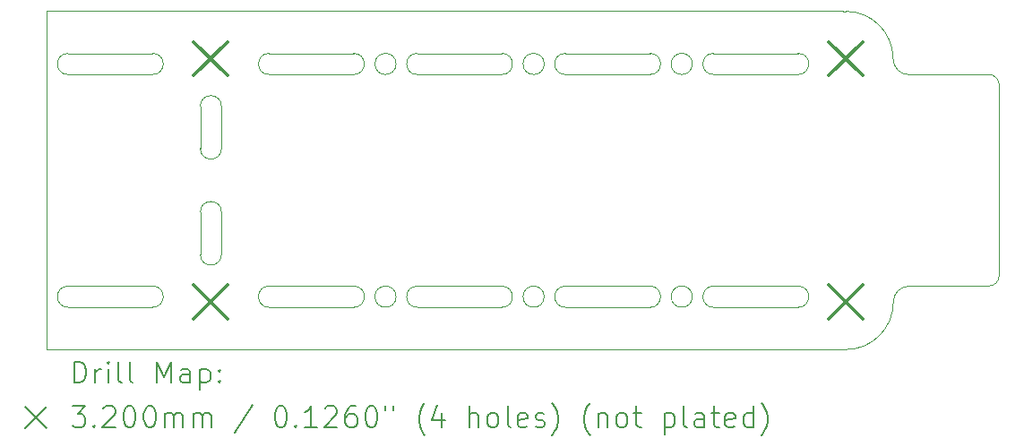
<source format=gbr>
%TF.GenerationSoftware,KiCad,Pcbnew,8.0.5*%
%TF.CreationDate,2024-10-16T23:13:20+09:00*%
%TF.ProjectId,20240922_FV-1,32303234-3039-4323-925f-46562d312e6b,rev?*%
%TF.SameCoordinates,Original*%
%TF.FileFunction,Drillmap*%
%TF.FilePolarity,Positive*%
%FSLAX45Y45*%
G04 Gerber Fmt 4.5, Leading zero omitted, Abs format (unit mm)*
G04 Created by KiCad (PCBNEW 8.0.5) date 2024-10-16 23:13:20*
%MOMM*%
%LPD*%
G01*
G04 APERTURE LIST*
%ADD10C,0.050000*%
%ADD11C,0.200000*%
%ADD12C,0.320000*%
G04 APERTURE END LIST*
D10*
X15900000Y-10700000D02*
X16700000Y-10700000D01*
X15700000Y-10600000D02*
G75*
G02*
X15500000Y-10600000I-100000J0D01*
G01*
X15500000Y-10600000D02*
G75*
G02*
X15700000Y-10600000I100000J0D01*
G01*
X12000000Y-8300000D02*
X11200000Y-8300000D01*
X17300000Y-10700000D02*
G75*
G02*
X17300000Y-10500000I0J100000D01*
G01*
X17300000Y-10700000D02*
X18100000Y-10700000D01*
X20000000Y-10400000D02*
X20000000Y-8600000D01*
X12650000Y-10200000D02*
X12650000Y-9800000D01*
X18100000Y-8300000D02*
G75*
G02*
X18100000Y-8500000I0J-100000D01*
G01*
X18100000Y-8300000D02*
X17300000Y-8300000D01*
X11200000Y-8500000D02*
G75*
G02*
X11200000Y-8300000I0J100000D01*
G01*
X18550000Y-7902752D02*
X18500000Y-7900000D01*
X12000000Y-10500000D02*
X11200000Y-10500000D01*
X12450000Y-8800000D02*
X12450000Y-9200000D01*
X11200000Y-10700000D02*
X12000000Y-10700000D01*
X16700000Y-8300000D02*
X15900000Y-8300000D01*
X11000000Y-11100000D02*
X18500000Y-11100000D01*
X19000000Y-10650000D02*
G75*
G02*
X18550000Y-11100000I-450000J0D01*
G01*
X19900000Y-8500000D02*
G75*
G02*
X20000000Y-8600000I0J-100000D01*
G01*
X15300000Y-10500000D02*
G75*
G02*
X15300000Y-10700000I0J-100000D01*
G01*
X15900000Y-10700000D02*
G75*
G02*
X15900000Y-10500000I0J100000D01*
G01*
X19150000Y-10500000D02*
X19900000Y-10500000D01*
X18550000Y-11100000D02*
X18500000Y-11100000D01*
X12000000Y-8300000D02*
G75*
G02*
X12000000Y-8500000I0J-100000D01*
G01*
X13100000Y-10700000D02*
G75*
G02*
X13100000Y-10500000I0J100000D01*
G01*
X12450000Y-9800000D02*
X12450000Y-10200000D01*
X18100000Y-10500000D02*
G75*
G02*
X18100000Y-10700000I0J-100000D01*
G01*
X15300000Y-10500000D02*
X14500000Y-10500000D01*
X14500000Y-10700000D02*
X15300000Y-10700000D01*
X13900000Y-8300000D02*
G75*
G02*
X13900000Y-8500000I0J-100000D01*
G01*
X12000000Y-10500000D02*
G75*
G02*
X12000000Y-10700000I0J-100000D01*
G01*
X11200000Y-10700000D02*
G75*
G02*
X11200000Y-10500000I0J100000D01*
G01*
X19800000Y-8500000D02*
X19900000Y-8500000D01*
X14300000Y-8400000D02*
G75*
G02*
X14100000Y-8400000I-100000J0D01*
G01*
X14100000Y-8400000D02*
G75*
G02*
X14300000Y-8400000I100000J0D01*
G01*
X13900000Y-8300000D02*
X13100000Y-8300000D01*
X14500000Y-8500000D02*
G75*
G02*
X14500000Y-8300000I0J100000D01*
G01*
X19000000Y-10650000D02*
G75*
G02*
X19150000Y-10500000I150000J0D01*
G01*
X13900000Y-10500000D02*
X13100000Y-10500000D01*
X14500000Y-8500000D02*
X15300000Y-8500000D01*
X12450000Y-9800000D02*
G75*
G02*
X12650000Y-9800000I100000J0D01*
G01*
X18100000Y-10500000D02*
X17300000Y-10500000D01*
X13100000Y-8500000D02*
G75*
G02*
X13100000Y-8300000I0J100000D01*
G01*
X15900000Y-8500000D02*
G75*
G02*
X15900000Y-8300000I0J100000D01*
G01*
X15300000Y-8300000D02*
X14500000Y-8300000D01*
X16700000Y-8300000D02*
G75*
G02*
X16700000Y-8500000I0J-100000D01*
G01*
X16700000Y-10500000D02*
X15900000Y-10500000D01*
X17300000Y-8500000D02*
G75*
G02*
X17300000Y-8300000I0J100000D01*
G01*
X14300000Y-10600000D02*
G75*
G02*
X14100000Y-10600000I-100000J0D01*
G01*
X14100000Y-10600000D02*
G75*
G02*
X14300000Y-10600000I100000J0D01*
G01*
X11200000Y-8500000D02*
X12000000Y-8500000D01*
X12650000Y-9200000D02*
G75*
G02*
X12450000Y-9200000I-100000J0D01*
G01*
X15300000Y-8300000D02*
G75*
G02*
X15300000Y-8500000I0J-100000D01*
G01*
X18550000Y-7902752D02*
G75*
G02*
X18997248Y-8350000I0J-447248D01*
G01*
X19800000Y-8500000D02*
X19150000Y-8502752D01*
X16700000Y-10500000D02*
G75*
G02*
X16700000Y-10700000I0J-100000D01*
G01*
X18500000Y-7900000D02*
X11000000Y-7900000D01*
X20000000Y-10400000D02*
G75*
G02*
X19900000Y-10500000I-100000J0D01*
G01*
X15900000Y-8500000D02*
X16700000Y-8500000D01*
X12450000Y-8800000D02*
G75*
G02*
X12650000Y-8800000I100000J0D01*
G01*
X14500000Y-10700000D02*
G75*
G02*
X14500000Y-10500000I0J100000D01*
G01*
X15700000Y-8400000D02*
G75*
G02*
X15500000Y-8400000I-100000J0D01*
G01*
X15500000Y-8400000D02*
G75*
G02*
X15700000Y-8400000I100000J0D01*
G01*
X12650000Y-10200000D02*
G75*
G02*
X12450000Y-10200000I-100000J0D01*
G01*
X19150000Y-8502752D02*
G75*
G02*
X18997248Y-8350000I0J152752D01*
G01*
X11000000Y-7900000D02*
X11000000Y-11100000D01*
X17100000Y-8400000D02*
G75*
G02*
X16900000Y-8400000I-100000J0D01*
G01*
X16900000Y-8400000D02*
G75*
G02*
X17100000Y-8400000I100000J0D01*
G01*
X13900000Y-10500000D02*
G75*
G02*
X13900000Y-10700000I0J-100000D01*
G01*
X13100000Y-10700000D02*
X13900000Y-10700000D01*
X17300000Y-8500000D02*
X18100000Y-8500000D01*
X12650000Y-9200000D02*
X12650000Y-8800000D01*
X17100000Y-10600000D02*
G75*
G02*
X16900000Y-10600000I-100000J0D01*
G01*
X16900000Y-10600000D02*
G75*
G02*
X17100000Y-10600000I100000J0D01*
G01*
X13100000Y-8500000D02*
X13900000Y-8500000D01*
D11*
D12*
X12390000Y-8190000D02*
X12710000Y-8510000D01*
X12710000Y-8190000D02*
X12390000Y-8510000D01*
X12390000Y-10490000D02*
X12710000Y-10810000D01*
X12710000Y-10490000D02*
X12390000Y-10810000D01*
X18390000Y-8190000D02*
X18710000Y-8510000D01*
X18710000Y-8190000D02*
X18390000Y-8510000D01*
X18390000Y-10490000D02*
X18710000Y-10810000D01*
X18710000Y-10490000D02*
X18390000Y-10810000D01*
D11*
X11258277Y-11413984D02*
X11258277Y-11213984D01*
X11258277Y-11213984D02*
X11305896Y-11213984D01*
X11305896Y-11213984D02*
X11334467Y-11223508D01*
X11334467Y-11223508D02*
X11353515Y-11242555D01*
X11353515Y-11242555D02*
X11363039Y-11261603D01*
X11363039Y-11261603D02*
X11372562Y-11299698D01*
X11372562Y-11299698D02*
X11372562Y-11328269D01*
X11372562Y-11328269D02*
X11363039Y-11366365D01*
X11363039Y-11366365D02*
X11353515Y-11385412D01*
X11353515Y-11385412D02*
X11334467Y-11404460D01*
X11334467Y-11404460D02*
X11305896Y-11413984D01*
X11305896Y-11413984D02*
X11258277Y-11413984D01*
X11458277Y-11413984D02*
X11458277Y-11280650D01*
X11458277Y-11318746D02*
X11467801Y-11299698D01*
X11467801Y-11299698D02*
X11477324Y-11290174D01*
X11477324Y-11290174D02*
X11496372Y-11280650D01*
X11496372Y-11280650D02*
X11515420Y-11280650D01*
X11582086Y-11413984D02*
X11582086Y-11280650D01*
X11582086Y-11213984D02*
X11572562Y-11223508D01*
X11572562Y-11223508D02*
X11582086Y-11233031D01*
X11582086Y-11233031D02*
X11591610Y-11223508D01*
X11591610Y-11223508D02*
X11582086Y-11213984D01*
X11582086Y-11213984D02*
X11582086Y-11233031D01*
X11705896Y-11413984D02*
X11686848Y-11404460D01*
X11686848Y-11404460D02*
X11677324Y-11385412D01*
X11677324Y-11385412D02*
X11677324Y-11213984D01*
X11810658Y-11413984D02*
X11791610Y-11404460D01*
X11791610Y-11404460D02*
X11782086Y-11385412D01*
X11782086Y-11385412D02*
X11782086Y-11213984D01*
X12039229Y-11413984D02*
X12039229Y-11213984D01*
X12039229Y-11213984D02*
X12105896Y-11356841D01*
X12105896Y-11356841D02*
X12172562Y-11213984D01*
X12172562Y-11213984D02*
X12172562Y-11413984D01*
X12353515Y-11413984D02*
X12353515Y-11309222D01*
X12353515Y-11309222D02*
X12343991Y-11290174D01*
X12343991Y-11290174D02*
X12324943Y-11280650D01*
X12324943Y-11280650D02*
X12286848Y-11280650D01*
X12286848Y-11280650D02*
X12267801Y-11290174D01*
X12353515Y-11404460D02*
X12334467Y-11413984D01*
X12334467Y-11413984D02*
X12286848Y-11413984D01*
X12286848Y-11413984D02*
X12267801Y-11404460D01*
X12267801Y-11404460D02*
X12258277Y-11385412D01*
X12258277Y-11385412D02*
X12258277Y-11366365D01*
X12258277Y-11366365D02*
X12267801Y-11347317D01*
X12267801Y-11347317D02*
X12286848Y-11337793D01*
X12286848Y-11337793D02*
X12334467Y-11337793D01*
X12334467Y-11337793D02*
X12353515Y-11328269D01*
X12448753Y-11280650D02*
X12448753Y-11480650D01*
X12448753Y-11290174D02*
X12467801Y-11280650D01*
X12467801Y-11280650D02*
X12505896Y-11280650D01*
X12505896Y-11280650D02*
X12524943Y-11290174D01*
X12524943Y-11290174D02*
X12534467Y-11299698D01*
X12534467Y-11299698D02*
X12543991Y-11318746D01*
X12543991Y-11318746D02*
X12543991Y-11375888D01*
X12543991Y-11375888D02*
X12534467Y-11394936D01*
X12534467Y-11394936D02*
X12524943Y-11404460D01*
X12524943Y-11404460D02*
X12505896Y-11413984D01*
X12505896Y-11413984D02*
X12467801Y-11413984D01*
X12467801Y-11413984D02*
X12448753Y-11404460D01*
X12629705Y-11394936D02*
X12639229Y-11404460D01*
X12639229Y-11404460D02*
X12629705Y-11413984D01*
X12629705Y-11413984D02*
X12620182Y-11404460D01*
X12620182Y-11404460D02*
X12629705Y-11394936D01*
X12629705Y-11394936D02*
X12629705Y-11413984D01*
X12629705Y-11290174D02*
X12639229Y-11299698D01*
X12639229Y-11299698D02*
X12629705Y-11309222D01*
X12629705Y-11309222D02*
X12620182Y-11299698D01*
X12620182Y-11299698D02*
X12629705Y-11290174D01*
X12629705Y-11290174D02*
X12629705Y-11309222D01*
X10797500Y-11642500D02*
X10997500Y-11842500D01*
X10997500Y-11642500D02*
X10797500Y-11842500D01*
X11239229Y-11633984D02*
X11363039Y-11633984D01*
X11363039Y-11633984D02*
X11296372Y-11710174D01*
X11296372Y-11710174D02*
X11324943Y-11710174D01*
X11324943Y-11710174D02*
X11343991Y-11719698D01*
X11343991Y-11719698D02*
X11353515Y-11729222D01*
X11353515Y-11729222D02*
X11363039Y-11748269D01*
X11363039Y-11748269D02*
X11363039Y-11795888D01*
X11363039Y-11795888D02*
X11353515Y-11814936D01*
X11353515Y-11814936D02*
X11343991Y-11824460D01*
X11343991Y-11824460D02*
X11324943Y-11833984D01*
X11324943Y-11833984D02*
X11267801Y-11833984D01*
X11267801Y-11833984D02*
X11248753Y-11824460D01*
X11248753Y-11824460D02*
X11239229Y-11814936D01*
X11448753Y-11814936D02*
X11458277Y-11824460D01*
X11458277Y-11824460D02*
X11448753Y-11833984D01*
X11448753Y-11833984D02*
X11439229Y-11824460D01*
X11439229Y-11824460D02*
X11448753Y-11814936D01*
X11448753Y-11814936D02*
X11448753Y-11833984D01*
X11534467Y-11653031D02*
X11543991Y-11643508D01*
X11543991Y-11643508D02*
X11563039Y-11633984D01*
X11563039Y-11633984D02*
X11610658Y-11633984D01*
X11610658Y-11633984D02*
X11629705Y-11643508D01*
X11629705Y-11643508D02*
X11639229Y-11653031D01*
X11639229Y-11653031D02*
X11648753Y-11672079D01*
X11648753Y-11672079D02*
X11648753Y-11691127D01*
X11648753Y-11691127D02*
X11639229Y-11719698D01*
X11639229Y-11719698D02*
X11524943Y-11833984D01*
X11524943Y-11833984D02*
X11648753Y-11833984D01*
X11772562Y-11633984D02*
X11791610Y-11633984D01*
X11791610Y-11633984D02*
X11810658Y-11643508D01*
X11810658Y-11643508D02*
X11820182Y-11653031D01*
X11820182Y-11653031D02*
X11829705Y-11672079D01*
X11829705Y-11672079D02*
X11839229Y-11710174D01*
X11839229Y-11710174D02*
X11839229Y-11757793D01*
X11839229Y-11757793D02*
X11829705Y-11795888D01*
X11829705Y-11795888D02*
X11820182Y-11814936D01*
X11820182Y-11814936D02*
X11810658Y-11824460D01*
X11810658Y-11824460D02*
X11791610Y-11833984D01*
X11791610Y-11833984D02*
X11772562Y-11833984D01*
X11772562Y-11833984D02*
X11753515Y-11824460D01*
X11753515Y-11824460D02*
X11743991Y-11814936D01*
X11743991Y-11814936D02*
X11734467Y-11795888D01*
X11734467Y-11795888D02*
X11724943Y-11757793D01*
X11724943Y-11757793D02*
X11724943Y-11710174D01*
X11724943Y-11710174D02*
X11734467Y-11672079D01*
X11734467Y-11672079D02*
X11743991Y-11653031D01*
X11743991Y-11653031D02*
X11753515Y-11643508D01*
X11753515Y-11643508D02*
X11772562Y-11633984D01*
X11963039Y-11633984D02*
X11982086Y-11633984D01*
X11982086Y-11633984D02*
X12001134Y-11643508D01*
X12001134Y-11643508D02*
X12010658Y-11653031D01*
X12010658Y-11653031D02*
X12020182Y-11672079D01*
X12020182Y-11672079D02*
X12029705Y-11710174D01*
X12029705Y-11710174D02*
X12029705Y-11757793D01*
X12029705Y-11757793D02*
X12020182Y-11795888D01*
X12020182Y-11795888D02*
X12010658Y-11814936D01*
X12010658Y-11814936D02*
X12001134Y-11824460D01*
X12001134Y-11824460D02*
X11982086Y-11833984D01*
X11982086Y-11833984D02*
X11963039Y-11833984D01*
X11963039Y-11833984D02*
X11943991Y-11824460D01*
X11943991Y-11824460D02*
X11934467Y-11814936D01*
X11934467Y-11814936D02*
X11924943Y-11795888D01*
X11924943Y-11795888D02*
X11915420Y-11757793D01*
X11915420Y-11757793D02*
X11915420Y-11710174D01*
X11915420Y-11710174D02*
X11924943Y-11672079D01*
X11924943Y-11672079D02*
X11934467Y-11653031D01*
X11934467Y-11653031D02*
X11943991Y-11643508D01*
X11943991Y-11643508D02*
X11963039Y-11633984D01*
X12115420Y-11833984D02*
X12115420Y-11700650D01*
X12115420Y-11719698D02*
X12124943Y-11710174D01*
X12124943Y-11710174D02*
X12143991Y-11700650D01*
X12143991Y-11700650D02*
X12172563Y-11700650D01*
X12172563Y-11700650D02*
X12191610Y-11710174D01*
X12191610Y-11710174D02*
X12201134Y-11729222D01*
X12201134Y-11729222D02*
X12201134Y-11833984D01*
X12201134Y-11729222D02*
X12210658Y-11710174D01*
X12210658Y-11710174D02*
X12229705Y-11700650D01*
X12229705Y-11700650D02*
X12258277Y-11700650D01*
X12258277Y-11700650D02*
X12277324Y-11710174D01*
X12277324Y-11710174D02*
X12286848Y-11729222D01*
X12286848Y-11729222D02*
X12286848Y-11833984D01*
X12382086Y-11833984D02*
X12382086Y-11700650D01*
X12382086Y-11719698D02*
X12391610Y-11710174D01*
X12391610Y-11710174D02*
X12410658Y-11700650D01*
X12410658Y-11700650D02*
X12439229Y-11700650D01*
X12439229Y-11700650D02*
X12458277Y-11710174D01*
X12458277Y-11710174D02*
X12467801Y-11729222D01*
X12467801Y-11729222D02*
X12467801Y-11833984D01*
X12467801Y-11729222D02*
X12477324Y-11710174D01*
X12477324Y-11710174D02*
X12496372Y-11700650D01*
X12496372Y-11700650D02*
X12524943Y-11700650D01*
X12524943Y-11700650D02*
X12543991Y-11710174D01*
X12543991Y-11710174D02*
X12553515Y-11729222D01*
X12553515Y-11729222D02*
X12553515Y-11833984D01*
X12943991Y-11624460D02*
X12772563Y-11881603D01*
X13201134Y-11633984D02*
X13220182Y-11633984D01*
X13220182Y-11633984D02*
X13239229Y-11643508D01*
X13239229Y-11643508D02*
X13248753Y-11653031D01*
X13248753Y-11653031D02*
X13258277Y-11672079D01*
X13258277Y-11672079D02*
X13267801Y-11710174D01*
X13267801Y-11710174D02*
X13267801Y-11757793D01*
X13267801Y-11757793D02*
X13258277Y-11795888D01*
X13258277Y-11795888D02*
X13248753Y-11814936D01*
X13248753Y-11814936D02*
X13239229Y-11824460D01*
X13239229Y-11824460D02*
X13220182Y-11833984D01*
X13220182Y-11833984D02*
X13201134Y-11833984D01*
X13201134Y-11833984D02*
X13182086Y-11824460D01*
X13182086Y-11824460D02*
X13172563Y-11814936D01*
X13172563Y-11814936D02*
X13163039Y-11795888D01*
X13163039Y-11795888D02*
X13153515Y-11757793D01*
X13153515Y-11757793D02*
X13153515Y-11710174D01*
X13153515Y-11710174D02*
X13163039Y-11672079D01*
X13163039Y-11672079D02*
X13172563Y-11653031D01*
X13172563Y-11653031D02*
X13182086Y-11643508D01*
X13182086Y-11643508D02*
X13201134Y-11633984D01*
X13353515Y-11814936D02*
X13363039Y-11824460D01*
X13363039Y-11824460D02*
X13353515Y-11833984D01*
X13353515Y-11833984D02*
X13343991Y-11824460D01*
X13343991Y-11824460D02*
X13353515Y-11814936D01*
X13353515Y-11814936D02*
X13353515Y-11833984D01*
X13553515Y-11833984D02*
X13439229Y-11833984D01*
X13496372Y-11833984D02*
X13496372Y-11633984D01*
X13496372Y-11633984D02*
X13477325Y-11662555D01*
X13477325Y-11662555D02*
X13458277Y-11681603D01*
X13458277Y-11681603D02*
X13439229Y-11691127D01*
X13629706Y-11653031D02*
X13639229Y-11643508D01*
X13639229Y-11643508D02*
X13658277Y-11633984D01*
X13658277Y-11633984D02*
X13705896Y-11633984D01*
X13705896Y-11633984D02*
X13724944Y-11643508D01*
X13724944Y-11643508D02*
X13734467Y-11653031D01*
X13734467Y-11653031D02*
X13743991Y-11672079D01*
X13743991Y-11672079D02*
X13743991Y-11691127D01*
X13743991Y-11691127D02*
X13734467Y-11719698D01*
X13734467Y-11719698D02*
X13620182Y-11833984D01*
X13620182Y-11833984D02*
X13743991Y-11833984D01*
X13915420Y-11633984D02*
X13877325Y-11633984D01*
X13877325Y-11633984D02*
X13858277Y-11643508D01*
X13858277Y-11643508D02*
X13848753Y-11653031D01*
X13848753Y-11653031D02*
X13829706Y-11681603D01*
X13829706Y-11681603D02*
X13820182Y-11719698D01*
X13820182Y-11719698D02*
X13820182Y-11795888D01*
X13820182Y-11795888D02*
X13829706Y-11814936D01*
X13829706Y-11814936D02*
X13839229Y-11824460D01*
X13839229Y-11824460D02*
X13858277Y-11833984D01*
X13858277Y-11833984D02*
X13896372Y-11833984D01*
X13896372Y-11833984D02*
X13915420Y-11824460D01*
X13915420Y-11824460D02*
X13924944Y-11814936D01*
X13924944Y-11814936D02*
X13934467Y-11795888D01*
X13934467Y-11795888D02*
X13934467Y-11748269D01*
X13934467Y-11748269D02*
X13924944Y-11729222D01*
X13924944Y-11729222D02*
X13915420Y-11719698D01*
X13915420Y-11719698D02*
X13896372Y-11710174D01*
X13896372Y-11710174D02*
X13858277Y-11710174D01*
X13858277Y-11710174D02*
X13839229Y-11719698D01*
X13839229Y-11719698D02*
X13829706Y-11729222D01*
X13829706Y-11729222D02*
X13820182Y-11748269D01*
X14058277Y-11633984D02*
X14077325Y-11633984D01*
X14077325Y-11633984D02*
X14096372Y-11643508D01*
X14096372Y-11643508D02*
X14105896Y-11653031D01*
X14105896Y-11653031D02*
X14115420Y-11672079D01*
X14115420Y-11672079D02*
X14124944Y-11710174D01*
X14124944Y-11710174D02*
X14124944Y-11757793D01*
X14124944Y-11757793D02*
X14115420Y-11795888D01*
X14115420Y-11795888D02*
X14105896Y-11814936D01*
X14105896Y-11814936D02*
X14096372Y-11824460D01*
X14096372Y-11824460D02*
X14077325Y-11833984D01*
X14077325Y-11833984D02*
X14058277Y-11833984D01*
X14058277Y-11833984D02*
X14039229Y-11824460D01*
X14039229Y-11824460D02*
X14029706Y-11814936D01*
X14029706Y-11814936D02*
X14020182Y-11795888D01*
X14020182Y-11795888D02*
X14010658Y-11757793D01*
X14010658Y-11757793D02*
X14010658Y-11710174D01*
X14010658Y-11710174D02*
X14020182Y-11672079D01*
X14020182Y-11672079D02*
X14029706Y-11653031D01*
X14029706Y-11653031D02*
X14039229Y-11643508D01*
X14039229Y-11643508D02*
X14058277Y-11633984D01*
X14201134Y-11633984D02*
X14201134Y-11672079D01*
X14277325Y-11633984D02*
X14277325Y-11672079D01*
X14572563Y-11910174D02*
X14563039Y-11900650D01*
X14563039Y-11900650D02*
X14543991Y-11872079D01*
X14543991Y-11872079D02*
X14534468Y-11853031D01*
X14534468Y-11853031D02*
X14524944Y-11824460D01*
X14524944Y-11824460D02*
X14515420Y-11776841D01*
X14515420Y-11776841D02*
X14515420Y-11738746D01*
X14515420Y-11738746D02*
X14524944Y-11691127D01*
X14524944Y-11691127D02*
X14534468Y-11662555D01*
X14534468Y-11662555D02*
X14543991Y-11643508D01*
X14543991Y-11643508D02*
X14563039Y-11614936D01*
X14563039Y-11614936D02*
X14572563Y-11605412D01*
X14734468Y-11700650D02*
X14734468Y-11833984D01*
X14686848Y-11624460D02*
X14639229Y-11767317D01*
X14639229Y-11767317D02*
X14763039Y-11767317D01*
X14991610Y-11833984D02*
X14991610Y-11633984D01*
X15077325Y-11833984D02*
X15077325Y-11729222D01*
X15077325Y-11729222D02*
X15067801Y-11710174D01*
X15067801Y-11710174D02*
X15048753Y-11700650D01*
X15048753Y-11700650D02*
X15020182Y-11700650D01*
X15020182Y-11700650D02*
X15001134Y-11710174D01*
X15001134Y-11710174D02*
X14991610Y-11719698D01*
X15201134Y-11833984D02*
X15182087Y-11824460D01*
X15182087Y-11824460D02*
X15172563Y-11814936D01*
X15172563Y-11814936D02*
X15163039Y-11795888D01*
X15163039Y-11795888D02*
X15163039Y-11738746D01*
X15163039Y-11738746D02*
X15172563Y-11719698D01*
X15172563Y-11719698D02*
X15182087Y-11710174D01*
X15182087Y-11710174D02*
X15201134Y-11700650D01*
X15201134Y-11700650D02*
X15229706Y-11700650D01*
X15229706Y-11700650D02*
X15248753Y-11710174D01*
X15248753Y-11710174D02*
X15258277Y-11719698D01*
X15258277Y-11719698D02*
X15267801Y-11738746D01*
X15267801Y-11738746D02*
X15267801Y-11795888D01*
X15267801Y-11795888D02*
X15258277Y-11814936D01*
X15258277Y-11814936D02*
X15248753Y-11824460D01*
X15248753Y-11824460D02*
X15229706Y-11833984D01*
X15229706Y-11833984D02*
X15201134Y-11833984D01*
X15382087Y-11833984D02*
X15363039Y-11824460D01*
X15363039Y-11824460D02*
X15353515Y-11805412D01*
X15353515Y-11805412D02*
X15353515Y-11633984D01*
X15534468Y-11824460D02*
X15515420Y-11833984D01*
X15515420Y-11833984D02*
X15477325Y-11833984D01*
X15477325Y-11833984D02*
X15458277Y-11824460D01*
X15458277Y-11824460D02*
X15448753Y-11805412D01*
X15448753Y-11805412D02*
X15448753Y-11729222D01*
X15448753Y-11729222D02*
X15458277Y-11710174D01*
X15458277Y-11710174D02*
X15477325Y-11700650D01*
X15477325Y-11700650D02*
X15515420Y-11700650D01*
X15515420Y-11700650D02*
X15534468Y-11710174D01*
X15534468Y-11710174D02*
X15543991Y-11729222D01*
X15543991Y-11729222D02*
X15543991Y-11748269D01*
X15543991Y-11748269D02*
X15448753Y-11767317D01*
X15620182Y-11824460D02*
X15639230Y-11833984D01*
X15639230Y-11833984D02*
X15677325Y-11833984D01*
X15677325Y-11833984D02*
X15696372Y-11824460D01*
X15696372Y-11824460D02*
X15705896Y-11805412D01*
X15705896Y-11805412D02*
X15705896Y-11795888D01*
X15705896Y-11795888D02*
X15696372Y-11776841D01*
X15696372Y-11776841D02*
X15677325Y-11767317D01*
X15677325Y-11767317D02*
X15648753Y-11767317D01*
X15648753Y-11767317D02*
X15629706Y-11757793D01*
X15629706Y-11757793D02*
X15620182Y-11738746D01*
X15620182Y-11738746D02*
X15620182Y-11729222D01*
X15620182Y-11729222D02*
X15629706Y-11710174D01*
X15629706Y-11710174D02*
X15648753Y-11700650D01*
X15648753Y-11700650D02*
X15677325Y-11700650D01*
X15677325Y-11700650D02*
X15696372Y-11710174D01*
X15772563Y-11910174D02*
X15782087Y-11900650D01*
X15782087Y-11900650D02*
X15801134Y-11872079D01*
X15801134Y-11872079D02*
X15810658Y-11853031D01*
X15810658Y-11853031D02*
X15820182Y-11824460D01*
X15820182Y-11824460D02*
X15829706Y-11776841D01*
X15829706Y-11776841D02*
X15829706Y-11738746D01*
X15829706Y-11738746D02*
X15820182Y-11691127D01*
X15820182Y-11691127D02*
X15810658Y-11662555D01*
X15810658Y-11662555D02*
X15801134Y-11643508D01*
X15801134Y-11643508D02*
X15782087Y-11614936D01*
X15782087Y-11614936D02*
X15772563Y-11605412D01*
X16134468Y-11910174D02*
X16124944Y-11900650D01*
X16124944Y-11900650D02*
X16105896Y-11872079D01*
X16105896Y-11872079D02*
X16096372Y-11853031D01*
X16096372Y-11853031D02*
X16086849Y-11824460D01*
X16086849Y-11824460D02*
X16077325Y-11776841D01*
X16077325Y-11776841D02*
X16077325Y-11738746D01*
X16077325Y-11738746D02*
X16086849Y-11691127D01*
X16086849Y-11691127D02*
X16096372Y-11662555D01*
X16096372Y-11662555D02*
X16105896Y-11643508D01*
X16105896Y-11643508D02*
X16124944Y-11614936D01*
X16124944Y-11614936D02*
X16134468Y-11605412D01*
X16210658Y-11700650D02*
X16210658Y-11833984D01*
X16210658Y-11719698D02*
X16220182Y-11710174D01*
X16220182Y-11710174D02*
X16239230Y-11700650D01*
X16239230Y-11700650D02*
X16267801Y-11700650D01*
X16267801Y-11700650D02*
X16286849Y-11710174D01*
X16286849Y-11710174D02*
X16296372Y-11729222D01*
X16296372Y-11729222D02*
X16296372Y-11833984D01*
X16420182Y-11833984D02*
X16401134Y-11824460D01*
X16401134Y-11824460D02*
X16391611Y-11814936D01*
X16391611Y-11814936D02*
X16382087Y-11795888D01*
X16382087Y-11795888D02*
X16382087Y-11738746D01*
X16382087Y-11738746D02*
X16391611Y-11719698D01*
X16391611Y-11719698D02*
X16401134Y-11710174D01*
X16401134Y-11710174D02*
X16420182Y-11700650D01*
X16420182Y-11700650D02*
X16448753Y-11700650D01*
X16448753Y-11700650D02*
X16467801Y-11710174D01*
X16467801Y-11710174D02*
X16477325Y-11719698D01*
X16477325Y-11719698D02*
X16486849Y-11738746D01*
X16486849Y-11738746D02*
X16486849Y-11795888D01*
X16486849Y-11795888D02*
X16477325Y-11814936D01*
X16477325Y-11814936D02*
X16467801Y-11824460D01*
X16467801Y-11824460D02*
X16448753Y-11833984D01*
X16448753Y-11833984D02*
X16420182Y-11833984D01*
X16543992Y-11700650D02*
X16620182Y-11700650D01*
X16572563Y-11633984D02*
X16572563Y-11805412D01*
X16572563Y-11805412D02*
X16582087Y-11824460D01*
X16582087Y-11824460D02*
X16601134Y-11833984D01*
X16601134Y-11833984D02*
X16620182Y-11833984D01*
X16839230Y-11700650D02*
X16839230Y-11900650D01*
X16839230Y-11710174D02*
X16858277Y-11700650D01*
X16858277Y-11700650D02*
X16896373Y-11700650D01*
X16896373Y-11700650D02*
X16915420Y-11710174D01*
X16915420Y-11710174D02*
X16924944Y-11719698D01*
X16924944Y-11719698D02*
X16934468Y-11738746D01*
X16934468Y-11738746D02*
X16934468Y-11795888D01*
X16934468Y-11795888D02*
X16924944Y-11814936D01*
X16924944Y-11814936D02*
X16915420Y-11824460D01*
X16915420Y-11824460D02*
X16896373Y-11833984D01*
X16896373Y-11833984D02*
X16858277Y-11833984D01*
X16858277Y-11833984D02*
X16839230Y-11824460D01*
X17048754Y-11833984D02*
X17029706Y-11824460D01*
X17029706Y-11824460D02*
X17020182Y-11805412D01*
X17020182Y-11805412D02*
X17020182Y-11633984D01*
X17210658Y-11833984D02*
X17210658Y-11729222D01*
X17210658Y-11729222D02*
X17201135Y-11710174D01*
X17201135Y-11710174D02*
X17182087Y-11700650D01*
X17182087Y-11700650D02*
X17143992Y-11700650D01*
X17143992Y-11700650D02*
X17124944Y-11710174D01*
X17210658Y-11824460D02*
X17191611Y-11833984D01*
X17191611Y-11833984D02*
X17143992Y-11833984D01*
X17143992Y-11833984D02*
X17124944Y-11824460D01*
X17124944Y-11824460D02*
X17115420Y-11805412D01*
X17115420Y-11805412D02*
X17115420Y-11786365D01*
X17115420Y-11786365D02*
X17124944Y-11767317D01*
X17124944Y-11767317D02*
X17143992Y-11757793D01*
X17143992Y-11757793D02*
X17191611Y-11757793D01*
X17191611Y-11757793D02*
X17210658Y-11748269D01*
X17277325Y-11700650D02*
X17353515Y-11700650D01*
X17305896Y-11633984D02*
X17305896Y-11805412D01*
X17305896Y-11805412D02*
X17315420Y-11824460D01*
X17315420Y-11824460D02*
X17334468Y-11833984D01*
X17334468Y-11833984D02*
X17353515Y-11833984D01*
X17496373Y-11824460D02*
X17477325Y-11833984D01*
X17477325Y-11833984D02*
X17439230Y-11833984D01*
X17439230Y-11833984D02*
X17420182Y-11824460D01*
X17420182Y-11824460D02*
X17410658Y-11805412D01*
X17410658Y-11805412D02*
X17410658Y-11729222D01*
X17410658Y-11729222D02*
X17420182Y-11710174D01*
X17420182Y-11710174D02*
X17439230Y-11700650D01*
X17439230Y-11700650D02*
X17477325Y-11700650D01*
X17477325Y-11700650D02*
X17496373Y-11710174D01*
X17496373Y-11710174D02*
X17505896Y-11729222D01*
X17505896Y-11729222D02*
X17505896Y-11748269D01*
X17505896Y-11748269D02*
X17410658Y-11767317D01*
X17677325Y-11833984D02*
X17677325Y-11633984D01*
X17677325Y-11824460D02*
X17658277Y-11833984D01*
X17658277Y-11833984D02*
X17620182Y-11833984D01*
X17620182Y-11833984D02*
X17601135Y-11824460D01*
X17601135Y-11824460D02*
X17591611Y-11814936D01*
X17591611Y-11814936D02*
X17582087Y-11795888D01*
X17582087Y-11795888D02*
X17582087Y-11738746D01*
X17582087Y-11738746D02*
X17591611Y-11719698D01*
X17591611Y-11719698D02*
X17601135Y-11710174D01*
X17601135Y-11710174D02*
X17620182Y-11700650D01*
X17620182Y-11700650D02*
X17658277Y-11700650D01*
X17658277Y-11700650D02*
X17677325Y-11710174D01*
X17753516Y-11910174D02*
X17763039Y-11900650D01*
X17763039Y-11900650D02*
X17782087Y-11872079D01*
X17782087Y-11872079D02*
X17791611Y-11853031D01*
X17791611Y-11853031D02*
X17801135Y-11824460D01*
X17801135Y-11824460D02*
X17810658Y-11776841D01*
X17810658Y-11776841D02*
X17810658Y-11738746D01*
X17810658Y-11738746D02*
X17801135Y-11691127D01*
X17801135Y-11691127D02*
X17791611Y-11662555D01*
X17791611Y-11662555D02*
X17782087Y-11643508D01*
X17782087Y-11643508D02*
X17763039Y-11614936D01*
X17763039Y-11614936D02*
X17753516Y-11605412D01*
M02*

</source>
